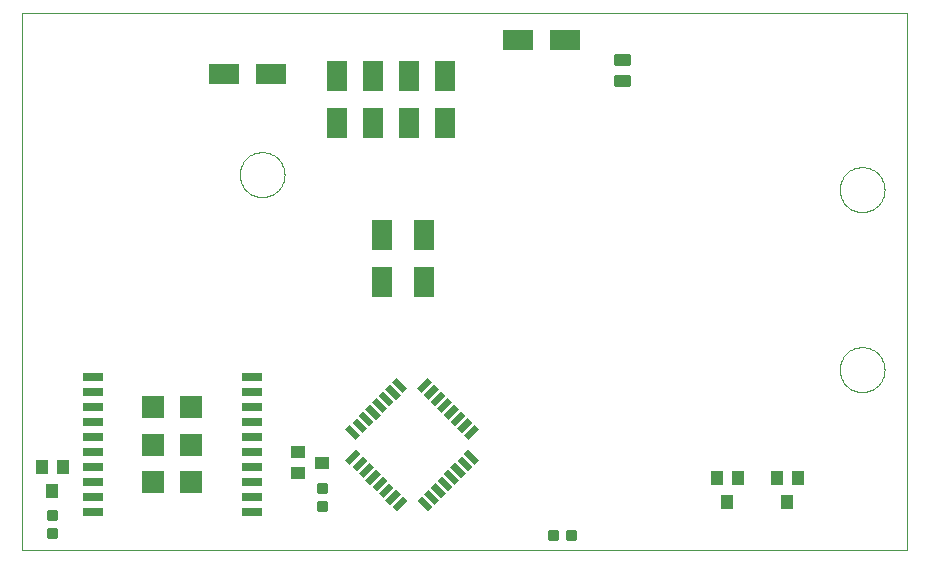
<source format=gtp>
G75*
%MOIN*%
%OFA0B0*%
%FSLAX24Y24*%
%IPPOS*%
%LPD*%
%AMOC8*
5,1,8,0,0,1.08239X$1,22.5*
%
%ADD10C,0.0000*%
%ADD11R,0.0450X0.0400*%
%ADD12R,0.0400X0.0450*%
%ADD13R,0.0500X0.0220*%
%ADD14R,0.0220X0.0500*%
%ADD15C,0.0088*%
%ADD16C,0.0100*%
%ADD17R,0.0650X0.0250*%
%ADD18R,0.0750X0.0750*%
%ADD19R,0.0669X0.0984*%
%ADD20R,0.0984X0.0669*%
D10*
X002304Y000981D02*
X002304Y018851D01*
X031796Y018851D01*
X031796Y000981D01*
X002304Y000981D01*
X009557Y013481D02*
X009559Y013536D01*
X009565Y013590D01*
X009575Y013643D01*
X009589Y013696D01*
X009606Y013748D01*
X009628Y013798D01*
X009653Y013847D01*
X009681Y013893D01*
X009713Y013938D01*
X009748Y013979D01*
X009786Y014019D01*
X009826Y014055D01*
X009869Y014089D01*
X009915Y014119D01*
X009962Y014145D01*
X010012Y014168D01*
X010063Y014188D01*
X010115Y014204D01*
X010168Y014216D01*
X010222Y014224D01*
X010277Y014228D01*
X010331Y014228D01*
X010386Y014224D01*
X010440Y014216D01*
X010493Y014204D01*
X010545Y014188D01*
X010596Y014168D01*
X010646Y014145D01*
X010693Y014119D01*
X010739Y014089D01*
X010782Y014055D01*
X010822Y014019D01*
X010860Y013979D01*
X010895Y013938D01*
X010927Y013893D01*
X010955Y013847D01*
X010980Y013798D01*
X011002Y013748D01*
X011019Y013696D01*
X011033Y013643D01*
X011043Y013590D01*
X011049Y013536D01*
X011051Y013481D01*
X011049Y013426D01*
X011043Y013372D01*
X011033Y013319D01*
X011019Y013266D01*
X011002Y013214D01*
X010980Y013164D01*
X010955Y013115D01*
X010927Y013069D01*
X010895Y013024D01*
X010860Y012983D01*
X010822Y012943D01*
X010782Y012907D01*
X010739Y012873D01*
X010693Y012843D01*
X010646Y012817D01*
X010596Y012794D01*
X010545Y012774D01*
X010493Y012758D01*
X010440Y012746D01*
X010386Y012738D01*
X010331Y012734D01*
X010277Y012734D01*
X010222Y012738D01*
X010168Y012746D01*
X010115Y012758D01*
X010063Y012774D01*
X010012Y012794D01*
X009962Y012817D01*
X009915Y012843D01*
X009869Y012873D01*
X009826Y012907D01*
X009786Y012943D01*
X009748Y012983D01*
X009713Y013024D01*
X009681Y013069D01*
X009653Y013115D01*
X009628Y013164D01*
X009606Y013214D01*
X009589Y013266D01*
X009575Y013319D01*
X009565Y013372D01*
X009559Y013426D01*
X009557Y013481D01*
X029557Y012981D02*
X029559Y013036D01*
X029565Y013090D01*
X029575Y013143D01*
X029589Y013196D01*
X029606Y013248D01*
X029628Y013298D01*
X029653Y013347D01*
X029681Y013393D01*
X029713Y013438D01*
X029748Y013479D01*
X029786Y013519D01*
X029826Y013555D01*
X029869Y013589D01*
X029915Y013619D01*
X029962Y013645D01*
X030012Y013668D01*
X030063Y013688D01*
X030115Y013704D01*
X030168Y013716D01*
X030222Y013724D01*
X030277Y013728D01*
X030331Y013728D01*
X030386Y013724D01*
X030440Y013716D01*
X030493Y013704D01*
X030545Y013688D01*
X030596Y013668D01*
X030646Y013645D01*
X030693Y013619D01*
X030739Y013589D01*
X030782Y013555D01*
X030822Y013519D01*
X030860Y013479D01*
X030895Y013438D01*
X030927Y013393D01*
X030955Y013347D01*
X030980Y013298D01*
X031002Y013248D01*
X031019Y013196D01*
X031033Y013143D01*
X031043Y013090D01*
X031049Y013036D01*
X031051Y012981D01*
X031049Y012926D01*
X031043Y012872D01*
X031033Y012819D01*
X031019Y012766D01*
X031002Y012714D01*
X030980Y012664D01*
X030955Y012615D01*
X030927Y012569D01*
X030895Y012524D01*
X030860Y012483D01*
X030822Y012443D01*
X030782Y012407D01*
X030739Y012373D01*
X030693Y012343D01*
X030646Y012317D01*
X030596Y012294D01*
X030545Y012274D01*
X030493Y012258D01*
X030440Y012246D01*
X030386Y012238D01*
X030331Y012234D01*
X030277Y012234D01*
X030222Y012238D01*
X030168Y012246D01*
X030115Y012258D01*
X030063Y012274D01*
X030012Y012294D01*
X029962Y012317D01*
X029915Y012343D01*
X029869Y012373D01*
X029826Y012407D01*
X029786Y012443D01*
X029748Y012483D01*
X029713Y012524D01*
X029681Y012569D01*
X029653Y012615D01*
X029628Y012664D01*
X029606Y012714D01*
X029589Y012766D01*
X029575Y012819D01*
X029565Y012872D01*
X029559Y012926D01*
X029557Y012981D01*
X029557Y006981D02*
X029559Y007036D01*
X029565Y007090D01*
X029575Y007143D01*
X029589Y007196D01*
X029606Y007248D01*
X029628Y007298D01*
X029653Y007347D01*
X029681Y007393D01*
X029713Y007438D01*
X029748Y007479D01*
X029786Y007519D01*
X029826Y007555D01*
X029869Y007589D01*
X029915Y007619D01*
X029962Y007645D01*
X030012Y007668D01*
X030063Y007688D01*
X030115Y007704D01*
X030168Y007716D01*
X030222Y007724D01*
X030277Y007728D01*
X030331Y007728D01*
X030386Y007724D01*
X030440Y007716D01*
X030493Y007704D01*
X030545Y007688D01*
X030596Y007668D01*
X030646Y007645D01*
X030693Y007619D01*
X030739Y007589D01*
X030782Y007555D01*
X030822Y007519D01*
X030860Y007479D01*
X030895Y007438D01*
X030927Y007393D01*
X030955Y007347D01*
X030980Y007298D01*
X031002Y007248D01*
X031019Y007196D01*
X031033Y007143D01*
X031043Y007090D01*
X031049Y007036D01*
X031051Y006981D01*
X031049Y006926D01*
X031043Y006872D01*
X031033Y006819D01*
X031019Y006766D01*
X031002Y006714D01*
X030980Y006664D01*
X030955Y006615D01*
X030927Y006569D01*
X030895Y006524D01*
X030860Y006483D01*
X030822Y006443D01*
X030782Y006407D01*
X030739Y006373D01*
X030693Y006343D01*
X030646Y006317D01*
X030596Y006294D01*
X030545Y006274D01*
X030493Y006258D01*
X030440Y006246D01*
X030386Y006238D01*
X030331Y006234D01*
X030277Y006234D01*
X030222Y006238D01*
X030168Y006246D01*
X030115Y006258D01*
X030063Y006274D01*
X030012Y006294D01*
X029962Y006317D01*
X029915Y006343D01*
X029869Y006373D01*
X029826Y006407D01*
X029786Y006443D01*
X029748Y006483D01*
X029713Y006524D01*
X029681Y006569D01*
X029653Y006615D01*
X029628Y006664D01*
X029606Y006714D01*
X029589Y006766D01*
X029575Y006819D01*
X029565Y006872D01*
X029559Y006926D01*
X029557Y006981D01*
D11*
X012304Y003881D03*
X011504Y004231D03*
X011504Y003531D03*
D12*
X003654Y003731D03*
X002954Y003731D03*
X003304Y002931D03*
X025454Y003381D03*
X026154Y003381D03*
X025804Y002581D03*
X027454Y003381D03*
X028154Y003381D03*
X027804Y002581D03*
D13*
G36*
X017376Y003811D02*
X017024Y004163D01*
X017180Y004319D01*
X017532Y003967D01*
X017376Y003811D01*
G37*
G36*
X017154Y003589D02*
X016802Y003941D01*
X016958Y004097D01*
X017310Y003745D01*
X017154Y003589D01*
G37*
G36*
X016931Y003366D02*
X016579Y003718D01*
X016735Y003874D01*
X017087Y003522D01*
X016931Y003366D01*
G37*
G36*
X016708Y003143D02*
X016356Y003495D01*
X016512Y003651D01*
X016864Y003299D01*
X016708Y003143D01*
G37*
G36*
X016486Y002921D02*
X016134Y003273D01*
X016290Y003429D01*
X016642Y003077D01*
X016486Y002921D01*
G37*
G36*
X016263Y002698D02*
X015911Y003050D01*
X016067Y003206D01*
X016419Y002854D01*
X016263Y002698D01*
G37*
G36*
X016040Y002475D02*
X015688Y002827D01*
X015844Y002983D01*
X016196Y002631D01*
X016040Y002475D01*
G37*
G36*
X015818Y002252D02*
X015466Y002604D01*
X015622Y002760D01*
X015974Y002408D01*
X015818Y002252D01*
G37*
G36*
X013427Y004642D02*
X013075Y004994D01*
X013231Y005150D01*
X013583Y004798D01*
X013427Y004642D01*
G37*
G36*
X013650Y004865D02*
X013298Y005217D01*
X013454Y005373D01*
X013806Y005021D01*
X013650Y004865D01*
G37*
G36*
X013873Y005088D02*
X013521Y005440D01*
X013677Y005596D01*
X014029Y005244D01*
X013873Y005088D01*
G37*
G36*
X014096Y005311D02*
X013744Y005663D01*
X013900Y005819D01*
X014252Y005467D01*
X014096Y005311D01*
G37*
G36*
X014318Y005533D02*
X013966Y005885D01*
X014122Y006041D01*
X014474Y005689D01*
X014318Y005533D01*
G37*
G36*
X014541Y005756D02*
X014189Y006108D01*
X014345Y006264D01*
X014697Y005912D01*
X014541Y005756D01*
G37*
G36*
X014764Y005979D02*
X014412Y006331D01*
X014568Y006487D01*
X014920Y006135D01*
X014764Y005979D01*
G37*
G36*
X014986Y006201D02*
X014634Y006553D01*
X014790Y006709D01*
X015142Y006357D01*
X014986Y006201D01*
G37*
D14*
G36*
X015622Y006201D02*
X015466Y006357D01*
X015818Y006709D01*
X015974Y006553D01*
X015622Y006201D01*
G37*
G36*
X015844Y005979D02*
X015688Y006135D01*
X016040Y006487D01*
X016196Y006331D01*
X015844Y005979D01*
G37*
G36*
X016067Y005756D02*
X015911Y005912D01*
X016263Y006264D01*
X016419Y006108D01*
X016067Y005756D01*
G37*
G36*
X016290Y005533D02*
X016134Y005689D01*
X016486Y006041D01*
X016642Y005885D01*
X016290Y005533D01*
G37*
G36*
X016512Y005311D02*
X016356Y005467D01*
X016708Y005819D01*
X016864Y005663D01*
X016512Y005311D01*
G37*
G36*
X016735Y005088D02*
X016579Y005244D01*
X016931Y005596D01*
X017087Y005440D01*
X016735Y005088D01*
G37*
G36*
X016958Y004865D02*
X016802Y005021D01*
X017154Y005373D01*
X017310Y005217D01*
X016958Y004865D01*
G37*
G36*
X017180Y004642D02*
X017024Y004798D01*
X017376Y005150D01*
X017532Y004994D01*
X017180Y004642D01*
G37*
G36*
X014345Y002698D02*
X014189Y002854D01*
X014541Y003206D01*
X014697Y003050D01*
X014345Y002698D01*
G37*
G36*
X014568Y002475D02*
X014412Y002631D01*
X014764Y002983D01*
X014920Y002827D01*
X014568Y002475D01*
G37*
G36*
X014790Y002252D02*
X014634Y002408D01*
X014986Y002760D01*
X015142Y002604D01*
X014790Y002252D01*
G37*
G36*
X014122Y002921D02*
X013966Y003077D01*
X014318Y003429D01*
X014474Y003273D01*
X014122Y002921D01*
G37*
G36*
X013900Y003143D02*
X013744Y003299D01*
X014096Y003651D01*
X014252Y003495D01*
X013900Y003143D01*
G37*
G36*
X013677Y003366D02*
X013521Y003522D01*
X013873Y003874D01*
X014029Y003718D01*
X013677Y003366D01*
G37*
G36*
X013454Y003589D02*
X013298Y003745D01*
X013650Y004097D01*
X013806Y003941D01*
X013454Y003589D01*
G37*
G36*
X013231Y003811D02*
X013075Y003967D01*
X013427Y004319D01*
X013583Y004163D01*
X013231Y003811D01*
G37*
D15*
X012435Y003162D02*
X012435Y002900D01*
X012173Y002900D01*
X012173Y003162D01*
X012435Y003162D01*
X012435Y002987D02*
X012173Y002987D01*
X012173Y003074D02*
X012435Y003074D01*
X012435Y003161D02*
X012173Y003161D01*
X012435Y002562D02*
X012435Y002300D01*
X012173Y002300D01*
X012173Y002562D01*
X012435Y002562D01*
X012435Y002387D02*
X012173Y002387D01*
X012173Y002474D02*
X012435Y002474D01*
X012435Y002561D02*
X012173Y002561D01*
X019873Y001612D02*
X020135Y001612D01*
X020135Y001350D01*
X019873Y001350D01*
X019873Y001612D01*
X019873Y001437D02*
X020135Y001437D01*
X020135Y001524D02*
X019873Y001524D01*
X019873Y001611D02*
X020135Y001611D01*
X020473Y001612D02*
X020735Y001612D01*
X020735Y001350D01*
X020473Y001350D01*
X020473Y001612D01*
X020473Y001437D02*
X020735Y001437D01*
X020735Y001524D02*
X020473Y001524D01*
X020473Y001611D02*
X020735Y001611D01*
X003435Y001662D02*
X003435Y001400D01*
X003173Y001400D01*
X003173Y001662D01*
X003435Y001662D01*
X003435Y001487D02*
X003173Y001487D01*
X003173Y001574D02*
X003435Y001574D01*
X003435Y001661D02*
X003173Y001661D01*
X003435Y002000D02*
X003435Y002262D01*
X003435Y002000D02*
X003173Y002000D01*
X003173Y002262D01*
X003435Y002262D01*
X003435Y002087D02*
X003173Y002087D01*
X003173Y002174D02*
X003435Y002174D01*
X003435Y002261D02*
X003173Y002261D01*
D16*
X022529Y016481D02*
X022529Y016781D01*
X022529Y016481D02*
X022079Y016481D01*
X022079Y016781D01*
X022529Y016781D01*
X022529Y016580D02*
X022079Y016580D01*
X022079Y016679D02*
X022529Y016679D01*
X022529Y016778D02*
X022079Y016778D01*
X022529Y017181D02*
X022529Y017481D01*
X022529Y017181D02*
X022079Y017181D01*
X022079Y017481D01*
X022529Y017481D01*
X022529Y017280D02*
X022079Y017280D01*
X022079Y017379D02*
X022529Y017379D01*
X022529Y017478D02*
X022079Y017478D01*
D17*
X009954Y006731D03*
X009954Y006231D03*
X009954Y005731D03*
X009954Y005231D03*
X009954Y004731D03*
X009954Y004231D03*
X009954Y003731D03*
X009954Y003231D03*
X009954Y002731D03*
X009954Y002231D03*
X004654Y002231D03*
X004654Y002731D03*
X004654Y003231D03*
X004654Y003731D03*
X004654Y004231D03*
X004654Y004731D03*
X004654Y005231D03*
X004654Y005731D03*
X004654Y006231D03*
X004654Y006731D03*
D18*
X006679Y005731D03*
X007929Y005731D03*
X007929Y004481D03*
X006679Y004481D03*
X006679Y003231D03*
X007929Y003231D03*
D19*
X014304Y009894D03*
X015704Y009894D03*
X015704Y011468D03*
X014304Y011468D03*
X014004Y015194D03*
X012804Y015194D03*
X015204Y015194D03*
X016404Y015194D03*
X016404Y016768D03*
X015204Y016768D03*
X014004Y016768D03*
X012804Y016768D03*
D20*
X010591Y016831D03*
X009017Y016831D03*
X018817Y017981D03*
X020391Y017981D03*
M02*

</source>
